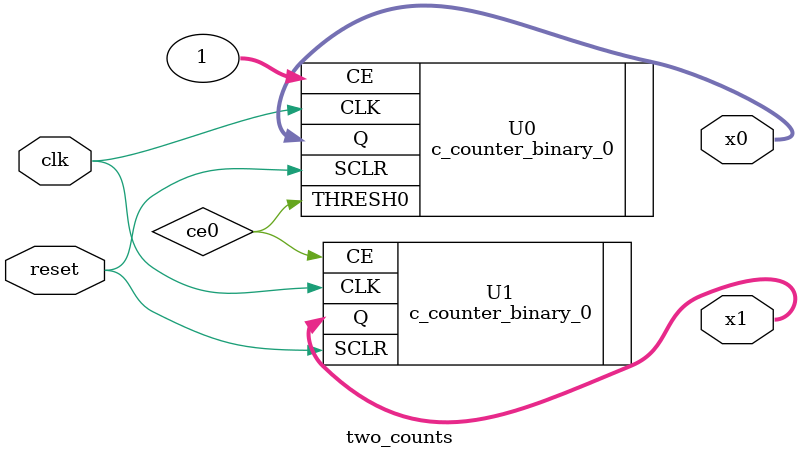
<source format=v>
`timescale 1ns / 1ps


module two_counts(
    input clk,reset,
    output [3:0]x0,x1
    );
    wire ce0;
    c_counter_binary_0 U0(.CLK(clk),.Q(x0),.THRESH0(ce0),.CE(1),.SCLR(reset)),
                       U1(.CLK(clk),.Q(x1),.CE(ce0),.SCLR(reset));
endmodule

</source>
